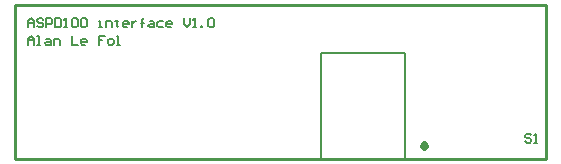
<source format=gto>
G04*
G04 #@! TF.GenerationSoftware,Altium Limited,Altium Designer,20.2.6 (244)*
G04*
G04 Layer_Color=65535*
%FSLAX25Y25*%
%MOIN*%
G70*
G04*
G04 #@! TF.SameCoordinates,1782C56F-5B0B-48C2-A17B-6D9890C7136C*
G04*
G04*
G04 #@! TF.FilePolarity,Positive*
G04*
G01*
G75*
%ADD10C,0.01575*%
%ADD11C,0.00500*%
%ADD12C,0.01000*%
%ADD13C,0.00504*%
D10*
X428310Y279925D02*
X427597Y280639D01*
X426883Y279925D01*
X427597Y279211D01*
X428310Y279925D01*
D11*
X393268Y275394D02*
X421220D01*
X393268Y310827D02*
X421220D01*
Y275394D02*
Y310827D01*
X393268Y275394D02*
Y310827D01*
D12*
X291339Y326772D02*
X468504D01*
X291339Y275590D02*
X468504D01*
Y326772D01*
X291339Y275590D02*
Y326772D01*
D13*
X295779Y319402D02*
Y321401D01*
X296779Y322401D01*
X297779Y321401D01*
Y319402D01*
Y320901D01*
X295779D01*
X300778Y321901D02*
X300278Y322401D01*
X299278D01*
X298779Y321901D01*
Y321401D01*
X299278Y320901D01*
X300278D01*
X300778Y320401D01*
Y319901D01*
X300278Y319402D01*
X299278D01*
X298779Y319901D01*
X301778Y319402D02*
Y322401D01*
X303277D01*
X303777Y321901D01*
Y320901D01*
X303277Y320401D01*
X301778D01*
X304777Y322401D02*
Y319402D01*
X306276D01*
X306776Y319901D01*
Y321901D01*
X306276Y322401D01*
X304777D01*
X307776Y319402D02*
X308775D01*
X308276D01*
Y322401D01*
X307776Y321901D01*
X310275D02*
X310775Y322401D01*
X311774D01*
X312274Y321901D01*
Y319901D01*
X311774Y319402D01*
X310775D01*
X310275Y319901D01*
Y321901D01*
X313274D02*
X313774Y322401D01*
X314773D01*
X315273Y321901D01*
Y319901D01*
X314773Y319402D01*
X313774D01*
X313274Y319901D01*
Y321901D01*
X319272Y319402D02*
X320272D01*
X319772D01*
Y321401D01*
X319272D01*
X321771Y319402D02*
Y321401D01*
X323271D01*
X323770Y320901D01*
Y319402D01*
X325270Y321901D02*
Y321401D01*
X324770D01*
X325770D01*
X325270D01*
Y319901D01*
X325770Y319402D01*
X328769D02*
X327769D01*
X327269Y319901D01*
Y320901D01*
X327769Y321401D01*
X328769D01*
X329269Y320901D01*
Y320401D01*
X327269D01*
X330268Y321401D02*
Y319402D01*
Y320401D01*
X330768Y320901D01*
X331268Y321401D01*
X331768D01*
X333767Y319402D02*
Y321901D01*
Y320901D01*
X333267D01*
X334267D01*
X333767D01*
Y321901D01*
X334267Y322401D01*
X336266Y321401D02*
X337266D01*
X337766Y320901D01*
Y319402D01*
X336266D01*
X335767Y319901D01*
X336266Y320401D01*
X337766D01*
X340765Y321401D02*
X339265D01*
X338766Y320901D01*
Y319901D01*
X339265Y319402D01*
X340765D01*
X343264D02*
X342265D01*
X341765Y319901D01*
Y320901D01*
X342265Y321401D01*
X343264D01*
X343764Y320901D01*
Y320401D01*
X341765D01*
X347763Y322401D02*
Y320401D01*
X348762Y319402D01*
X349762Y320401D01*
Y322401D01*
X350762Y319402D02*
X351761D01*
X351262D01*
Y322401D01*
X350762Y321901D01*
X353261Y319402D02*
Y319901D01*
X353761D01*
Y319402D01*
X353261D01*
X355760Y321901D02*
X356260Y322401D01*
X357260D01*
X357759Y321901D01*
Y319901D01*
X357260Y319402D01*
X356260D01*
X355760Y319901D01*
Y321901D01*
X295779Y313496D02*
Y315495D01*
X296779Y316495D01*
X297779Y315495D01*
Y313496D01*
Y314996D01*
X295779D01*
X298779Y313496D02*
X299778D01*
X299278D01*
Y316495D01*
X298779D01*
X301778Y315495D02*
X302777D01*
X303277Y314996D01*
Y313496D01*
X301778D01*
X301278Y313996D01*
X301778Y314496D01*
X303277D01*
X304277Y313496D02*
Y315495D01*
X305776D01*
X306276Y314996D01*
Y313496D01*
X310275Y316495D02*
Y313496D01*
X312274D01*
X314773D02*
X313774D01*
X313274Y313996D01*
Y314996D01*
X313774Y315495D01*
X314773D01*
X315273Y314996D01*
Y314496D01*
X313274D01*
X321271Y316495D02*
X319272D01*
Y314996D01*
X320272D01*
X319272D01*
Y313496D01*
X322771D02*
X323770D01*
X324270Y313996D01*
Y314996D01*
X323770Y315495D01*
X322771D01*
X322271Y314996D01*
Y313996D01*
X322771Y313496D01*
X325270D02*
X326270D01*
X325770D01*
Y316495D01*
X325270D01*
X463504Y283362D02*
X463004Y283862D01*
X462004D01*
X461505Y283362D01*
Y282862D01*
X462004Y282362D01*
X463004D01*
X463504Y281862D01*
Y281363D01*
X463004Y280863D01*
X462004D01*
X461505Y281363D01*
X464504Y280863D02*
X465503D01*
X465003D01*
Y283862D01*
X464504Y283362D01*
M02*

</source>
